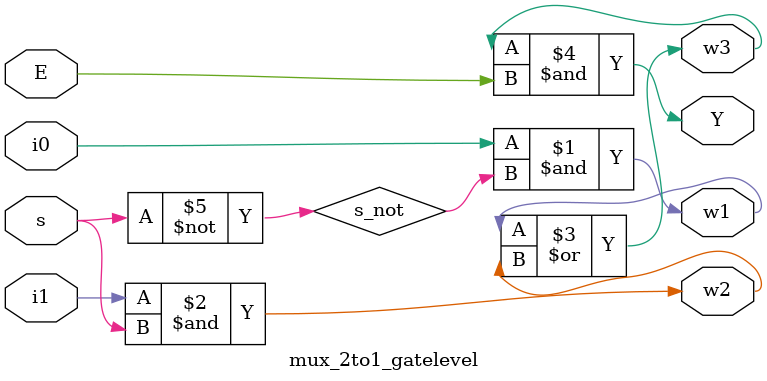
<source format=v>
module mux_2to1_gatelevel(input i0,i1,s,E, output Y,w1,w2,w3);
wire s_not;
not g0 (s_not, s);
and g1 (w1,i0,s_not);
and g2 (w2,i1,s);
or  g4 (w3,w1,w2);
and g3 (Y,w3,E);


endmodule
</source>
